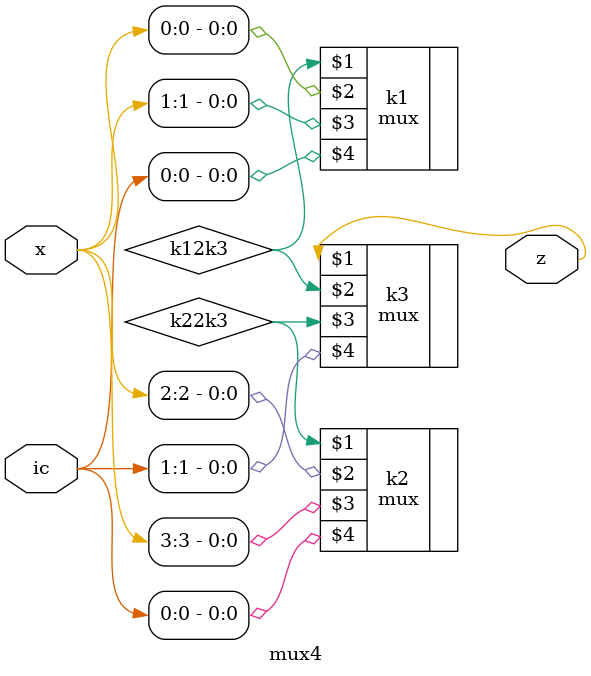
<source format=sv>
module mux4(output logic z,
    input logic [3:0] x,
    input logic [0:1] ic);

    logic k12k3;
    logic k22k3;

    mux k1(k12k3,x[0],x[1],ic[0]);
    mux k2(k22k3,x[2],x[3],ic[0]);
    mux k3(z,k12k3,k22k3,ic[1]);
endmodule

</source>
